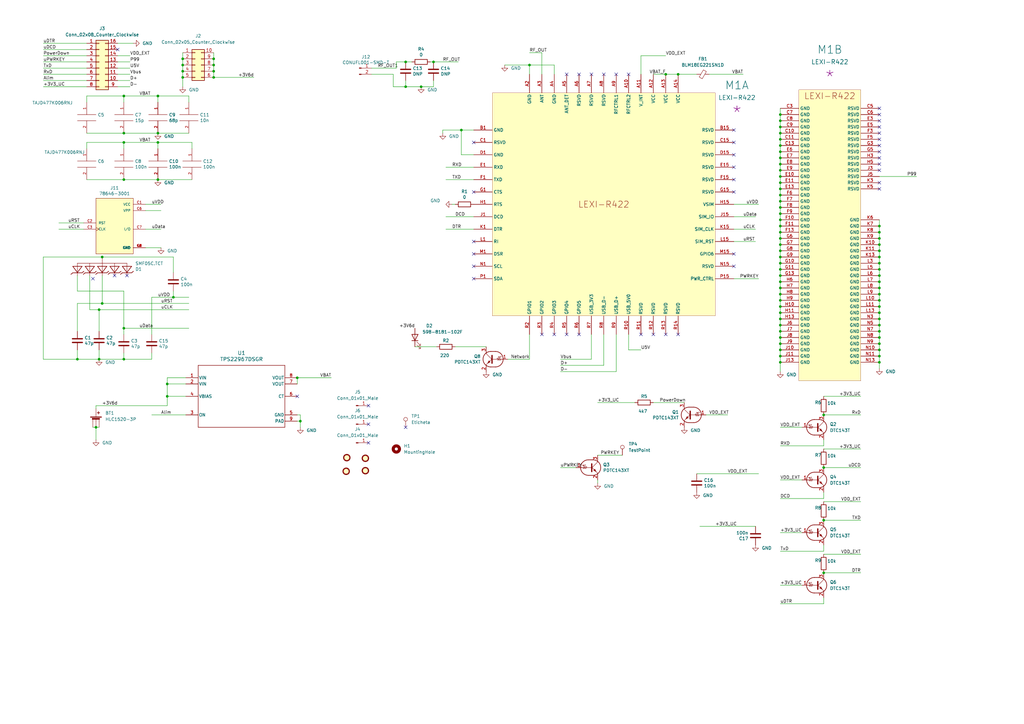
<source format=kicad_sch>
(kicad_sch (version 20231120) (generator "eeschema") (generator_version "8.0")
  (paper "A3")
  (title_block (title "Modem BG95") (rev "4.0") (company "Delta Electronics SRL"))
  (junction (at 320.04 69.85))
  (junction (at 87.63 26.67))
  (junction (at 320.04 123.19))
  (junction (at 68.58 162.56))
  (junction (at 74.93 24.13))
  (junction (at 320.04 87.63))
  (junction (at 320.04 90.17))
  (junction (at 360.68 130.81))
  (junction (at 166.37 25.4))
  (junction (at 64.77 58.42))
  (junction (at 320.04 146.05))
  (junction (at 337.82 234.95))
  (junction (at 121.92 154.94))
  (junction (at 273.05 30.48))
  (junction (at 360.68 107.95))
  (junction (at 360.68 100.33))
  (junction (at 41.91 124.46))
  (junction (at 189.23 53.34))
  (junction (at 320.04 140.97))
  (junction (at 320.04 100.33))
  (junction (at 320.04 130.81))
  (junction (at 320.04 135.89))
  (junction (at 50.8 147.32))
  (junction (at 360.68 128.27))
  (junction (at 74.93 29.21))
  (junction (at 68.58 157.48))
  (junction (at 64.77 73.66))
  (junction (at 320.04 46.99))
  (junction (at 360.68 95.25))
  (junction (at 320.04 64.77))
  (junction (at 360.68 140.97))
  (junction (at 320.04 82.55))
  (junction (at 50.8 54.61))
  (junction (at 360.68 113.03))
  (junction (at 123.19 172.72))
  (junction (at 320.04 49.53))
  (junction (at 71.12 121.92))
  (junction (at 41.91 105.41))
  (junction (at 320.04 105.41))
  (junction (at 360.68 102.87))
  (junction (at 320.04 54.61))
  (junction (at 50.8 58.42))
  (junction (at 360.68 148.59))
  (junction (at 337.82 170.18))
  (junction (at 177.8 25.4))
  (junction (at 320.04 118.11))
  (junction (at 50.8 73.66))
  (junction (at 337.82 191.77))
  (junction (at 320.04 85.09))
  (junction (at 360.68 125.73))
  (junction (at 320.04 57.15))
  (junction (at 74.93 31.75))
  (junction (at 320.04 128.27))
  (junction (at 31.75 147.32))
  (junction (at 320.04 115.57))
  (junction (at 320.04 97.79))
  (junction (at 360.68 110.49))
  (junction (at 172.72 35.56))
  (junction (at 217.17 26.67))
  (junction (at 360.68 135.89))
  (junction (at 320.04 80.01))
  (junction (at 320.04 92.71))
  (junction (at 360.68 118.11))
  (junction (at 87.63 29.21))
  (junction (at 360.68 133.35))
  (junction (at 278.13 30.48))
  (junction (at 87.63 24.13))
  (junction (at 320.04 95.25))
  (junction (at 360.68 115.57))
  (junction (at 320.04 133.35))
  (junction (at 360.68 120.65))
  (junction (at 320.04 59.69))
  (junction (at 320.04 125.73))
  (junction (at 320.04 120.65))
  (junction (at 50.8 39.37))
  (junction (at 360.68 123.19))
  (junction (at 50.8 134.62))
  (junction (at 39.37 175.26))
  (junction (at 337.82 213.36))
  (junction (at 64.77 39.37))
  (junction (at 64.77 54.61))
  (junction (at 320.04 113.03))
  (junction (at 40.64 147.32))
  (junction (at 320.04 62.23))
  (junction (at 360.68 97.79))
  (junction (at 360.68 92.71))
  (junction (at 360.68 143.51))
  (junction (at 320.04 52.07))
  (junction (at 320.04 143.51))
  (junction (at 320.04 77.47))
  (junction (at 320.04 148.59))
  (junction (at 320.04 72.39))
  (junction (at 166.37 35.56))
  (junction (at 40.64 127))
  (junction (at 360.68 146.05))
  (junction (at 320.04 102.87))
  (junction (at 360.68 138.43))
  (junction (at 320.04 74.93))
  (junction (at 74.93 26.67))
  (junction (at 320.04 67.31))
  (junction (at 360.68 105.41))
  (junction (at 320.04 138.43))
  (junction (at 87.63 31.75))
  (junction (at 320.04 110.49))
  (junction (at 320.04 107.95))
  (no_connect (at 151.13 181.61))
  (no_connect (at 52.07 113.03))
  (no_connect (at 300.99 58.42))
  (no_connect (at 194.31 78.74))
  (no_connect (at 360.68 67.31))
  (no_connect (at 151.13 166.37))
  (no_connect (at 262.89 137.16))
  (no_connect (at 48.26 20.32))
  (no_connect (at 222.25 137.16))
  (no_connect (at 252.73 30.48))
  (no_connect (at 194.31 104.14))
  (no_connect (at 300.99 63.5))
  (no_connect (at 360.68 54.61))
  (no_connect (at 237.49 30.48))
  (no_connect (at 121.92 162.56))
  (no_connect (at 360.68 49.53))
  (no_connect (at 194.31 58.42))
  (no_connect (at 242.57 30.48))
  (no_connect (at 300.99 73.66))
  (no_connect (at 273.05 137.16))
  (no_connect (at 360.68 44.45))
  (no_connect (at 166.37 175.26))
  (no_connect (at 360.68 77.47))
  (no_connect (at 46.99 113.03))
  (no_connect (at 300.99 68.58))
  (no_connect (at 257.81 30.48))
  (no_connect (at 360.68 62.23))
  (no_connect (at 300.99 104.14))
  (no_connect (at 232.41 30.48))
  (no_connect (at 278.13 137.16))
  (no_connect (at 300.99 109.22))
  (no_connect (at 360.68 57.15))
  (no_connect (at 360.68 74.93))
  (no_connect (at 267.97 137.16))
  (no_connect (at 360.68 69.85))
  (no_connect (at 38.1 114.3))
  (no_connect (at 194.31 109.22))
  (no_connect (at 227.33 137.16))
  (no_connect (at 300.99 53.34))
  (no_connect (at 360.68 64.77))
  (no_connect (at 247.65 30.48))
  (no_connect (at 360.68 46.99))
  (no_connect (at 360.68 52.07))
  (no_connect (at 194.31 99.06))
  (no_connect (at 360.68 59.69))
  (no_connect (at 237.49 137.16))
  (no_connect (at 300.99 78.74))
  (no_connect (at 194.31 114.3))
  (no_connect (at 232.41 137.16))
  (no_connect (at 151.13 173.99))
  (wire (pts (xy 189.23 53.34) (xy 194.31 53.34)))
  (wire (pts (xy 68.58 157.48) (xy 76.2 157.48)))
  (wire (pts (xy 320.04 115.57) (xy 320.04 118.11)))
  (wire (pts (xy 17.78 27.94) (xy 35.56 27.94)))
  (wire (pts (xy 36.83 113.03) (xy 36.83 127)))
  (wire (pts (xy 320.04 80.01) (xy 320.04 82.55)))
  (wire (pts (xy 48.26 35.56) (xy 53.34 35.56)))
  (wire (pts (xy 162.56 25.4) (xy 162.56 27.94)))
  (wire (pts (xy 360.68 113.03) (xy 360.68 115.57)))
  (wire (pts (xy 320.04 140.97) (xy 320.04 143.51)))
  (wire (pts (xy 229.87 152.4) (xy 252.73 152.4)))
  (wire (pts (xy 320.04 52.07) (xy 320.04 54.61)))
  (wire (pts (xy 320.04 146.05) (xy 320.04 148.59)))
  (wire (pts (xy 121.92 154.94) (xy 135.89 154.94)))
  (wire (pts (xy 172.72 35.56) (xy 177.8 35.56)))
  (wire (pts (xy 360.68 92.71) (xy 360.68 95.25)))
  (wire (pts (xy 245.11 196.85) (xy 245.11 198.12)))
  (wire (pts (xy 35.56 58.42) (xy 50.8 58.42)))
  (wire (pts (xy 68.58 157.48) (xy 68.58 154.94)))
  (wire (pts (xy 360.68 123.19) (xy 360.68 125.73)))
  (wire (pts (xy 320.04 64.77) (xy 320.04 67.31)))
  (wire (pts (xy 177.8 33.02) (xy 177.8 35.56)))
  (wire (pts (xy 337.82 213.36) (xy 353.06 213.36)))
  (wire (pts (xy 40.64 143.51) (xy 40.64 147.32)))
  (wire (pts (xy 320.04 247.65) (xy 337.82 247.65)))
  (wire (pts (xy 360.68 107.95) (xy 360.68 110.49)))
  (wire (pts (xy 50.8 39.37) (xy 64.77 39.37)))
  (wire (pts (xy 337.82 201.93) (xy 337.82 204.47)))
  (wire (pts (xy 229.87 149.86) (xy 247.65 149.86)))
  (wire (pts (xy 222.25 30.48) (xy 222.25 21.59)))
  (wire (pts (xy 31.75 147.32) (xy 40.64 147.32)))
  (wire (pts (xy 320.04 218.44) (xy 328.93 218.44)))
  (wire (pts (xy 300.99 99.06) (xy 309.88 99.06)))
  (wire (pts (xy 360.68 72.39) (xy 375.92 72.39)))
  (wire (pts (xy 337.82 223.52) (xy 337.82 226.06)))
  (wire (pts (xy 121.92 172.72) (xy 123.19 172.72)))
  (wire (pts (xy 17.78 147.32) (xy 31.75 147.32)))
  (wire (pts (xy 31.75 143.51) (xy 31.75 147.32)))
  (wire (pts (xy 194.31 93.98) (xy 182.88 93.98)))
  (wire (pts (xy 62.23 137.16) (xy 62.23 121.92)))
  (wire (pts (xy 161.29 35.56) (xy 166.37 35.56)))
  (wire (pts (xy 68.58 154.94) (xy 76.2 154.94)))
  (wire (pts (xy 87.63 24.13) (xy 87.63 26.67)))
  (wire (pts (xy 59.69 86.36) (xy 66.04 86.36)))
  (wire (pts (xy 257.81 137.16) (xy 257.81 143.51)))
  (wire (pts (xy 298.45 170.18) (xy 289.56 170.18)))
  (wire (pts (xy 337.82 184.15) (xy 353.06 184.15)))
  (wire (pts (xy 337.82 245.11) (xy 337.82 247.65)))
  (wire (pts (xy 320.04 226.06) (xy 337.82 226.06)))
  (wire (pts (xy 320.04 54.61) (xy 320.04 57.15)))
  (wire (pts (xy 40.64 127) (xy 77.47 127)))
  (wire (pts (xy 39.37 166.37) (xy 68.58 166.37)))
  (wire (pts (xy 320.04 130.81) (xy 320.04 133.35)))
  (wire (pts (xy 17.78 25.4) (xy 35.56 25.4)))
  (wire (pts (xy 50.8 41.91) (xy 50.8 39.37)))
  (wire (pts (xy 35.56 54.61) (xy 50.8 54.61)))
  (wire (pts (xy 181.61 53.34) (xy 189.23 53.34)))
  (wire (pts (xy 71.12 121.92) (xy 77.47 121.92)))
  (wire (pts (xy 337.82 180.34) (xy 337.82 182.88)))
  (wire (pts (xy 217.17 26.67) (xy 217.17 30.48)))
  (wire (pts (xy 48.26 22.86) (xy 53.34 22.86)))
  (wire (pts (xy 320.04 133.35) (xy 320.04 135.89)))
  (wire (pts (xy 320.04 128.27) (xy 320.04 130.81)))
  (wire (pts (xy 121.92 154.94) (xy 121.92 157.48)))
  (wire (pts (xy 39.37 180.34) (xy 39.37 175.26)))
  (wire (pts (xy 31.75 124.46) (xy 31.75 135.89)))
  (wire (pts (xy 290.83 30.48) (xy 304.8 30.48)))
  (wire (pts (xy 217.17 137.16) (xy 217.17 147.32)))
  (wire (pts (xy 123.19 175.26) (xy 123.19 172.72)))
  (wire (pts (xy 87.63 21.59) (xy 87.63 24.13)))
  (wire (pts (xy 320.04 46.99) (xy 320.04 49.53)))
  (wire (pts (xy 320.04 49.53) (xy 320.04 52.07)))
  (wire (pts (xy 320.04 44.45) (xy 320.04 46.99)))
  (wire (pts (xy 320.04 143.51) (xy 320.04 146.05)))
  (wire (pts (xy 185.42 83.82) (xy 186.69 83.82)))
  (wire (pts (xy 227.33 30.48) (xy 227.33 26.67)))
  (wire (pts (xy 360.68 130.81) (xy 360.68 133.35)))
  (wire (pts (xy 64.77 58.42) (xy 78.74 58.42)))
  (wire (pts (xy 77.47 39.37) (xy 77.47 41.91)))
  (wire (pts (xy 252.73 152.4) (xy 252.73 137.16)))
  (wire (pts (xy 320.04 182.88) (xy 337.82 182.88)))
  (wire (pts (xy 229.87 147.32) (xy 242.57 147.32)))
  (wire (pts (xy 320.04 148.59) (xy 320.04 152.4)))
  (wire (pts (xy 17.78 30.48) (xy 35.56 30.48)))
  (wire (pts (xy 280.67 165.1) (xy 267.97 165.1)))
  (wire (pts (xy 320.04 95.25) (xy 320.04 97.79)))
  (wire (pts (xy 76.2 170.18) (xy 62.23 170.18)))
  (wire (pts (xy 35.56 60.96) (xy 35.56 58.42)))
  (wire (pts (xy 59.69 93.98) (xy 66.04 93.98)))
  (wire (pts (xy 35.56 39.37) (xy 50.8 39.37)))
  (wire (pts (xy 35.56 73.66) (xy 50.8 73.66)))
  (wire (pts (xy 123.19 172.72) (xy 123.19 170.18)))
  (wire (pts (xy 320.04 97.79) (xy 320.04 100.33)))
  (wire (pts (xy 48.26 25.4) (xy 53.34 25.4)))
  (wire (pts (xy 217.17 26.67) (xy 207.01 26.67)))
  (wire (pts (xy 360.68 120.65) (xy 360.68 123.19)))
  (wire (pts (xy 194.31 88.9) (xy 182.88 88.9)))
  (wire (pts (xy 273.05 30.48) (xy 278.13 30.48)))
  (wire (pts (xy 189.23 53.34) (xy 189.23 63.5)))
  (wire (pts (xy 320.04 57.15) (xy 320.04 59.69)))
  (wire (pts (xy 50.8 134.62) (xy 77.47 134.62)))
  (wire (pts (xy 48.26 30.48) (xy 53.34 30.48)))
  (wire (pts (xy 320.04 100.33) (xy 320.04 102.87)))
  (wire (pts (xy 320.04 74.93) (xy 320.04 77.47)))
  (wire (pts (xy 217.17 21.59) (xy 222.25 21.59)))
  (wire (pts (xy 262.89 22.86) (xy 273.05 22.86)))
  (wire (pts (xy 300.99 93.98) (xy 309.88 93.98)))
  (wire (pts (xy 360.68 110.49) (xy 360.68 113.03)))
  (wire (pts (xy 267.97 30.48) (xy 273.05 30.48)))
  (wire (pts (xy 35.56 20.32) (xy 17.78 20.32)))
  (wire (pts (xy 123.19 170.18) (xy 121.92 170.18)))
  (wire (pts (xy 62.23 121.92) (xy 71.12 121.92)))
  (wire (pts (xy 320.04 85.09) (xy 320.04 87.63)))
  (wire (pts (xy 320.04 125.73) (xy 320.04 128.27)))
  (wire (pts (xy 320.04 138.43) (xy 320.04 140.97)))
  (wire (pts (xy 320.04 123.19) (xy 320.04 125.73)))
  (wire (pts (xy 360.68 115.57) (xy 360.68 118.11)))
  (wire (pts (xy 189.23 63.5) (xy 194.31 63.5)))
  (wire (pts (xy 257.81 143.51) (xy 262.89 143.51)))
  (wire (pts (xy 166.37 35.56) (xy 172.72 35.56)))
  (wire (pts (xy 64.77 41.91) (xy 64.77 39.37)))
  (wire (pts (xy 242.57 137.16) (xy 242.57 147.32)))
  (wire (pts (xy 41.91 113.03) (xy 41.91 124.46)))
  (wire (pts (xy 64.77 60.96) (xy 64.77 58.42)))
  (wire (pts (xy 39.37 175.26) (xy 40.64 175.26)))
  (wire (pts (xy 360.68 90.17) (xy 360.68 92.71)))
  (wire (pts (xy 17.78 147.32) (xy 17.78 105.41)))
  (wire (pts (xy 320.04 175.26) (xy 328.93 175.26)))
  (wire (pts (xy 87.63 29.21) (xy 87.63 31.75)))
  (wire (pts (xy 87.63 31.75) (xy 104.14 31.75)))
  (wire (pts (xy 177.8 25.4) (xy 187.96 25.4)))
  (wire (pts (xy 34.29 93.98) (xy 24.13 93.98)))
  (wire (pts (xy 236.22 191.77) (xy 229.87 191.77)))
  (wire (pts (xy 50.8 147.32) (xy 62.23 147.32)))
  (wire (pts (xy 40.64 127) (xy 40.64 135.89)))
  (wire (pts (xy 34.29 91.44) (xy 24.13 91.44)))
  (wire (pts (xy 285.75 194.31) (xy 311.15 194.31)))
  (wire (pts (xy 170.18 142.24) (xy 179.07 142.24)))
  (wire (pts (xy 360.68 148.59) (xy 360.68 151.13)))
  (wire (pts (xy 152.4 30.48) (xy 161.29 30.48)))
  (wire (pts (xy 50.8 60.96) (xy 50.8 58.42)))
  (wire (pts (xy 452.12 196.85) (xy 461.01 196.85)))
  (wire (pts (xy 360.68 143.51) (xy 360.68 146.05)))
  (wire (pts (xy 64.77 39.37) (xy 77.47 39.37)))
  (wire (pts (xy 320.04 67.31) (xy 320.04 69.85)))
  (wire (pts (xy 162.56 27.94) (xy 152.4 27.94)))
  (wire (pts (xy 360.68 128.27) (xy 360.68 130.81)))
  (wire (pts (xy 452.12 194.31) (xy 461.01 194.31)))
  (wire (pts (xy 320.04 77.47) (xy 320.04 80.01)))
  (wire (pts (xy 247.65 149.86) (xy 247.65 137.16)))
  (wire (pts (xy 320.04 196.85) (xy 328.93 196.85)))
  (wire (pts (xy 161.29 30.48) (xy 161.29 35.56)))
  (wire (pts (xy 360.68 105.41) (xy 360.68 107.95)))
  (wire (pts (xy 17.78 105.41) (xy 41.91 105.41)))
  (wire (pts (xy 166.37 25.4) (xy 168.91 25.4)))
  (wire (pts (xy 71.12 119.38) (xy 71.12 121.92)))
  (wire (pts (xy 320.04 110.49) (xy 320.04 113.03)))
  (wire (pts (xy 68.58 162.56) (xy 68.58 157.48)))
  (wire (pts (xy 320.04 107.95) (xy 320.04 110.49)))
  (wire (pts (xy 360.68 133.35) (xy 360.68 135.89)))
  (wire (pts (xy 31.75 119.38) (xy 50.8 119.38)))
  (wire (pts (xy 320.04 72.39) (xy 320.04 74.93)))
  (wire (pts (xy 360.68 95.25) (xy 360.68 97.79)))
  (wire (pts (xy 50.8 58.42) (xy 64.77 58.42)))
  (wire (pts (xy 311.15 114.3) (xy 300.99 114.3)))
  (wire (pts (xy 320.04 92.71) (xy 320.04 95.25)))
  (wire (pts (xy 300.99 83.82) (xy 311.15 83.82)))
  (wire (pts (xy 227.33 26.67) (xy 217.17 26.67)))
  (wire (pts (xy 64.77 73.66) (xy 78.74 73.66)))
  (wire (pts (xy 278.13 30.48) (xy 285.75 30.48)))
  (wire (pts (xy 360.68 118.11) (xy 360.68 120.65)))
  (wire (pts (xy 166.37 25.4) (xy 162.56 25.4)))
  (wire (pts (xy 320.04 105.41) (xy 320.04 107.95)))
  (wire (pts (xy 337.82 234.95) (xy 353.06 234.95)))
  (wire (pts (xy 360.68 138.43) (xy 360.68 140.97)))
  (wire (pts (xy 78.74 58.42) (xy 78.74 60.96)))
  (wire (pts (xy 50.8 54.61) (xy 64.77 54.61)))
  (wire (pts (xy 40.64 127) (xy 36.83 127)))
  (wire (pts (xy 245.11 165.1) (xy 260.35 165.1)))
  (wire (pts (xy 320.04 82.55) (xy 320.04 85.09)))
  (wire (pts (xy 320.04 113.03) (xy 320.04 115.57)))
  (wire (pts (xy 62.23 147.32) (xy 62.23 144.78)))
  (wire (pts (xy 320.04 102.87) (xy 320.04 105.41)))
  (wire (pts (xy 77.47 124.46) (xy 41.91 124.46)))
  (wire (pts (xy 59.69 101.6) (xy 66.04 101.6)))
  (wire (pts (xy 176.53 25.4) (xy 177.8 25.4)))
  (wire (pts (xy 48.26 17.78) (xy 54.61 17.78)))
  (wire (pts (xy 74.93 21.59) (xy 74.93 24.13)))
  (wire (pts (xy 320.04 120.65) (xy 320.04 123.19)))
  (wire (pts (xy 48.26 33.02) (xy 53.34 33.02)))
  (wire (pts (xy 48.26 27.94) (xy 53.34 27.94)))
  (wire (pts (xy 74.93 31.75) (xy 74.93 35.56)))
  (wire (pts (xy 59.69 83.82) (xy 66.04 83.82)))
  (wire (pts (xy 50.8 73.66) (xy 64.77 73.66)))
  (wire (pts (xy 74.93 24.13) (xy 74.93 26.67)))
  (wire (pts (xy 74.93 29.21) (xy 74.93 31.75)))
  (wire (pts (xy 194.31 68.58) (xy 182.88 68.58)))
  (wire (pts (xy 87.63 26.67) (xy 87.63 29.21)))
  (wire (pts (xy 245.11 186.69) (xy 255.27 186.69)))
  (wire (pts (xy 181.61 54.61) (xy 181.61 53.34)))
  (wire (pts (xy 337.82 191.77) (xy 353.06 191.77)))
  (wire (pts (xy 41.91 124.46) (xy 31.75 124.46)))
  (wire (pts (xy 41.91 105.41) (xy 71.12 105.41)))
  (wire (pts (xy 337.82 162.56) (xy 353.06 162.56)))
  (wire (pts (xy 194.31 73.66) (xy 182.88 73.66)))
  (wire (pts (xy 64.77 54.61) (xy 77.47 54.61)))
  (wire (pts (xy 320.04 62.23) (xy 320.04 64.77)))
  (wire (pts (xy 360.68 102.87) (xy 360.68 105.41)))
  (wire (pts (xy 68.58 162.56) (xy 76.2 162.56)))
  (wire (pts (xy 360.68 140.97) (xy 360.68 143.51)))
  (wire (pts (xy 320.04 87.63) (xy 320.04 90.17)))
  (wire (pts (xy 17.78 22.86) (xy 35.56 22.86)))
  (wire (pts (xy 320.04 90.17) (xy 320.04 92.71)))
  (wire (pts (xy 199.39 142.24) (xy 186.69 142.24)))
  (wire (pts (xy 217.17 147.32) (xy 208.28 147.32)))
  (wire (pts (xy 31.75 113.03) (xy 31.75 119.38)))
  (wire (pts (xy 50.8 119.38) (xy 50.8 134.62)))
  (wire (pts (xy 360.68 146.05) (xy 360.68 148.59)))
  (wire (pts (xy 337.82 170.18) (xy 353.06 170.18)))
  (wire (pts (xy 262.89 30.48) (xy 262.89 22.86)))
  (wire (pts (xy 360.68 135.89) (xy 360.68 138.43)))
  (wire (pts (xy 360.68 125.73) (xy 360.68 128.27)))
  (wire (pts (xy 40.64 147.32) (xy 50.8 147.32)))
  (wire (pts (xy 71.12 105.41) (xy 71.12 111.76)))
  (wire (pts (xy 360.68 97.79) (xy 360.68 100.33)))
  (wire (pts (xy 166.37 35.56) (xy 166.37 33.02)))
  (wire (pts (xy 50.8 144.78) (xy 50.8 147.32)))
  (wire (pts (xy 320.04 204.47) (xy 337.82 204.47)))
  (wire (pts (xy 38.1 175.26) (xy 39.37 175.26)))
  (wire (pts (xy 320.04 59.69) (xy 320.04 62.23)))
  (wire (pts (xy 68.58 166.37) (xy 68.58 162.56)))
  (wire (pts (xy 17.78 33.02) (xy 35.56 33.02)))
  (wire (pts (xy 360.68 100.33) (xy 360.68 102.87)))
  (wire (pts (xy 337.82 205.74) (xy 353.06 205.74)))
  (wire (pts (xy 320.04 240.03) (xy 328.93 240.03)))
  (wire (pts (xy 39.37 166.37) (xy 39.37 167.64)))
  (wire (pts (xy 50.8 134.62) (xy 50.8 137.16)))
  (wire (pts (xy 320.04 118.11) (xy 320.04 120.65)))
  (wire (pts (xy 300.99 88.9) (xy 309.88 88.9)))
  (wire (pts (xy 287.02 215.9) (xy 309.88 215.9)))
  (wire (pts (xy 320.04 135.89) (xy 320.04 138.43)))
  (wire (pts (xy 35.56 41.91) (xy 35.56 39.37)))
  (wire (pts (xy 74.93 26.67) (xy 74.93 29.21)))
  (wire (pts (xy 35.56 35.56) (xy 17.78 35.56)))
  (wire (pts (xy 35.56 17.78) (xy 17.78 17.78)))
  (wire (pts (xy 337.82 227.33) (xy 353.06 227.33)))
  (wire (pts (xy 320.04 69.85) (xy 320.04 72.39)))
  (label "uDTR" (at 320.04 247.65 0))
  (label "uDCD" (at 17.78 20.32 0))
  (label "VBAT" (at 57.15 39.37 0))
  (label "D+" (at 53.34 33.02 0))
  (label "RxD" (at 353.06 170.18 180))
  (label "+3V6d" (at 104.14 31.75 180))
  (label "VDD_EXT" (at 298.45 194.31 0))
  (label "U5V" (at 262.89 143.51 0))
  (label "TXD" (at 185.42 73.66 0))
  (label "+3V3_UC" (at 293.37 215.9 0))
  (label "RF_OUT" (at 217.17 21.59 0))
  (label "PWRKEY" (at 254 186.69 180))
  (label "uData" (at 62.23 93.98 0))
  (label "PowerDown" (at 270.51 165.1 0))
  (label "TXD" (at 353.06 213.36 180))
  (label "uVDD" (at 62.23 83.82 0))
  (label "uVDD" (at 306.07 83.82 0))
  (label "+3V3_UC" (at 320.04 240.03 0))
  (label "VBAT" (at 304.8 30.48 180))
  (label "T" (at 452.12 196.85 0))
  (label "D-" (at 53.34 35.56 0))
  (label "VDD_EXT" (at 353.06 205.74 180))
  (label "PWRKEY" (at 311.15 114.3 180))
  (label "VBAT" (at 57.15 58.42 0))
  (label "uRST" (at 304.8 99.06 0))
  (label "Vbus" (at 229.87 147.32 0))
  (label "VDD_EXT" (at 320.04 175.26 0))
  (label "+3V3_UC" (at 353.06 184.15 180))
  (label "Alim" (at 66.04 170.18 0))
  (label "+3V3_UC" (at 17.78 35.56 0))
  (label "Alim" (at 17.78 33.02 0))
  (label "DCD" (at 186.69 88.9 0))
  (label "D+" (at 229.87 149.86 0))
  (label "Vbus" (at 53.34 30.48 0))
  (label "U5V" (at 53.34 27.94 0))
  (label "TxD" (at 320.04 226.06 0))
  (label "DTR" (at 353.06 234.95 180))
  (label "VDD_EXT" (at 320.04 196.85 0))
  (label "DCD" (at 320.04 204.47 0))
  (label "uPWRKEY" (at 17.78 25.4 0))
  (label "R" (at 452.12 194.31 0))
  (label "+3V3_UC" (at 245.11 165.1 0))
  (label "RXD" (at 185.42 68.58 0))
  (label "VBAT" (at 135.89 154.94 180))
  (label "uCLK" (at 27.94 93.98 0))
  (label "RxD" (at 17.78 30.48 0))
  (label "RF_OUT1" (at 154.94 27.94 0))
  (label "VDD_EXT" (at 353.06 227.33 180))
  (label "Network" (at 209.55 147.32 0))
  (label "uVDD" (at 64.77 121.92 0))
  (label "+3V3_UC" (at 353.06 162.56 180))
  (label "RXD" (at 320.04 182.88 0))
  (label "DTR" (at 185.42 93.98 0))
  (label "uRST" (at 27.94 91.44 0))
  (label "PowerDown" (at 17.78 22.86 0))
  (label "uPWRKEY" (at 229.87 191.77 0))
  (label "+3V6d" (at 48.26 166.37 180))
  (label "VBAT_F" (at 273.05 30.48 180))
  (label "uRST" (at 66.04 124.46 0))
  (label "uCLK" (at 304.8 93.98 0))
  (label "+3V6d" (at 170.18 134.62 180))
  (label "VDD_EXT" (at 273.05 22.86 0))
  (label "D-" (at 229.87 152.4 0))
  (label "uDCD" (at 353.06 191.77 180))
  (label "VDD_EXT" (at 53.34 22.86 0))
  (label "uData" (at 57.15 134.62 0))
  (label "VDD_EXT" (at 290.83 170.18 0))
  (label "RF_OUT" (at 181.61 25.4 0))
  (label "TxD" (at 17.78 27.94 0))
  (label "uData" (at 304.8 88.9 0))
  (label "uDTR" (at 17.78 17.78 0))
  (label "P99" (at 53.34 25.4 0))
  (label "uCLK" (at 66.04 127 0))
  (label "P99" (at 375.92 72.39 180))
  (label "+3V3_UC" (at 320.04 218.44 0))
  (symbol (lib_id "Transistor_BJT:DTC143T") (at 201.93 147.32 0) (mirror y) (unit 1)
    (property "Reference" "Q8" (at 197.1548 146.1516 0) (effects (justify left)))
    (property "Value" "PDTC143XT" (at 197.1548 148.463 0) (effects (justify left)))
    (property "Footprint" "Package_TO_SOT_SMD:SOT-23" (effects (hide yes)))
    (property "VTPN" "4500-00010-00" (effects (hide yes)))
  )
  (symbol (lib_id "SMF05C:SMF05C") (at 44.45 110.49 180) (unit 1)
    (property "Reference" "D1" (at 55.4736 110.3884 0) (effects (justify right)))
    (property "Value" "SMF05C.TCT" (at 55.4736 108.077 0) (effects (justify right)))
    (property "Footprint" "Diode_SMD:SC70-6" (effects (hide yes)))
    (property "VTPN" "4724-00010-00" (effects (hide yes)))
  )
  (symbol (lib_id "Device:C") (at 31.75 139.7 0) (unit 1)
    (property "Reference" "C1" (at 34.671 138.5316 0) (effects (justify left)))
    (property "Value" "47p" (at 34.671 140.843 0) (effects (justify left)))
    (property "Footprint" "Capacitor_SMD:C_0603_1608Metric" (effects (hide yes)))
    (property "VTPN" "4106-00080-00" (effects (hide yes)))
  )
  (symbol (lib_id "Device:C") (at 40.64 139.7 0) (unit 1)
    (property "Reference" "C2" (at 43.561 138.5316 0) (effects (justify left)))
    (property "Value" "47p" (at 43.561 140.843 0) (effects (justify left)))
    (property "Footprint" "Capacitor_SMD:C_0603_1608Metric" (effects (hide yes)))
    (property "VTPN" "4106-00080-00" (effects (hide yes)))
  )
  (symbol (lib_id "Device:C") (at 50.8 140.97 0) (unit 1)
    (property "Reference" "C3" (at 53.721 139.8016 0) (effects (justify left)))
    (property "Value" "47p" (at 53.721 142.113 0) (effects (justify left)))
    (property "Footprint" "Capacitor_SMD:C_0603_1608Metric" (effects (hide yes)))
    (property "VTPN" "4106-00080-00" (effects (hide yes)))
  )
  (symbol (lib_id "Device:C") (at 71.12 115.57 0) (unit 1)
    (property "Reference" "C4" (at 74.041 114.4016 0) (effects (justify left)))
    (property "Value" "100n" (at 74.041 116.713 0) (effects (justify left)))
    (property "Footprint" "Capacitor_SMD:C_0603_1608Metric" (effects (hide yes)))
    (property "VTPN" "4106-00020-00" (effects (hide yes)))
  )
  (symbol (lib_id "pspice:CAP") (at 35.56 48.26 0) (unit 1)
    (property "Reference" "C5" (at 40.0812 47.0916 0) (effects (justify left)))
    (property "Value" "TAJD477K006RNJ" (at 13.208 42.164 0) (effects (justify left)))
    (property "Footprint" "Capacitor_Tantalum_SMD:CP_EIA-7361-38_AVX-V_Pad2.18x3.30mm_HandSolder" (effects (hide yes)))
    (property "VTPN" "4128-00100-00" (effects (hide yes)))
  )
  (symbol (lib_id "pspice:CAP") (at 50.8 48.26 0) (unit 1)
    (property "Reference" "C7" (at 55.3212 47.0916 0) (effects (justify left)))
    (property "Value" "15p" (at 55.3212 49.403 0) (effects (justify left)))
    (property "Footprint" "Capacitor_SMD:C_0603_1608Metric" (effects (hide yes)))
    (property "VTPN" "4106-00070-00" (effects (hide yes)))
  )
  (symbol (lib_id "pspice:CAP") (at 64.77 48.26 0) (unit 1)
    (property "Reference" "C9" (at 69.2912 47.0916 0) (effects (justify left)))
    (property "Value" "68p" (at 69.2912 49.403 0) (effects (justify left)))
    (property "Footprint" "Capacitor_SMD:C_0603_1608Metric" (effects (hide yes)))
    (property "VTPN" "4106-00060-00" (effects (hide yes)))
  )
  (symbol (lib_id "pspice:CAP") (at 77.47 48.26 0) (unit 1)
    (property "Reference" "C11" (at 81.9912 47.0916 0) (effects (justify left)))
    (property "Value" "10n" (at 81.9912 49.403 0) (effects (justify left)))
    (property "Footprint" "Capacitor_SMD:C_0603_1608Metric" (effects (hide yes)))
    (property "VTPN" "4106-00015-00" (effects (hide yes)))
  )
  (symbol (lib_id "pspice:CAP") (at 35.56 67.31 0) (unit 1)
    (property "Reference" "C6" (at 40.0812 66.1416 0) (effects (justify left)))
    (property "Value" "TAJD477K006RNJ" (at 18.1864 62.4332 0) (effects (justify left)))
    (property "Footprint" "Capacitor_Tantalum_SMD:CP_EIA-7361-38_AVX-V_Pad2.18x3.30mm_HandSolder" (effects (hide yes)))
    (property "VTPN" "4128-00100-00" (effects (hide yes)))
  )
  (symbol (lib_id "pspice:CAP") (at 50.8 67.31 0) (unit 1)
    (property "Reference" "C8" (at 55.3212 66.1416 0) (effects (justify left)))
    (property "Value" "100n" (at 55.3212 68.453 0) (effects (justify left)))
    (property "Footprint" "Capacitor_SMD:C_0603_1608Metric" (effects (hide yes)))
    (property "VTPN" "4106-00020-00" (effects (hide yes)))
  )
  (symbol (lib_id "pspice:CAP") (at 64.77 67.31 0) (unit 1)
    (property "Reference" "C10" (at 69.2912 66.1416 0) (effects (justify left)))
    (property "Value" "100n" (at 69.2912 68.453 0) (effects (justify left)))
    (property "Footprint" "Capacitor_SMD:C_0603_1608Metric" (effects (hide yes)))
    (property "VTPN" "4106-00020-00" (effects (hide yes)))
  )
  (symbol (lib_id "pspice:CAP") (at 78.74 67.31 0) (unit 1)
    (property "Reference" "C12" (at 83.2612 66.1416 0) (effects (justify left)))
    (property "Value" "100n" (at 83.2612 68.453 0) (effects (justify left)))
    (property "Footprint" "Capacitor_SMD:C_0603_1608Metric" (effects (hide yes)))
    (property "VTPN" "4106-00020-00" (effects (hide yes)))
  )
  (symbol (lib_id "Connector:Conn_01x02_Male") (at 147.32 27.94 0) (unit 1)
    (property "Reference" "J12" (at 150.0632 23.3426 0))
    (property "Value" "CONUFL001-SMD-T" (at 150.0632 25.654 0))
    (property "Footprint" "Connector_Coaxial:U.FL_Molex_MCRF_73412-0110_Vertical" (effects (hide yes)))
    (property "VTPN" "4416-00010-00" (effects (hide yes)))
  )
  (symbol (lib_id "SimSocketMolex:78646-3001") (at 46.99 91.44 0) (unit 1)
    (property "Reference" "J11" (at 46.99 77.089 0))
    (property "Value" "78646-3001" (at 46.99 79.4004 0))
    (property "Footprint" "Connector_Molex:MOLEX_78646-3001" (effects (hide yes)))
    (property "DESCRIPTION" "Conn Micro SIM Card SKT 6 POS 2.54mm Solder RA SMD 0.5A/Contact Embossed T/R" (effects (hide yes)))
    (property "PACKAGE" "None" (effects (hide yes)))
    (property "MF" "Molex" (effects (hide yes)))
    (property "DIGI-KEY_PART_NUMBER" "WM9364CT-ND" (effects (hide yes)))
    (property "DIGI-KEY_PURCHASE_URL" "https://www.digikey.in/product-detail/en/molex/0786463001/WM9364CT-ND/3770350?utm_source=snapeda&utm_medium=aggregator&utm_campaign=symbol" (effects (hide yes)))
    (property "MP" "78646-3001" (effects (hide yes)))
    (property "VTPN" "4414-00020-00" (effects (hide yes)))
  )
  (symbol (lib_id "Device:C") (at 62.23 140.97 0) (unit 1)
    (property "Reference" "C15" (at 65.151 139.8016 0) (effects (justify left)))
    (property "Value" "47p" (at 65.151 142.113 0) (effects (justify left)))
    (property "Footprint" "Capacitor_SMD:C_0603_1608Metric" (effects (hide yes)))
    (property "VTPN" "4106-00080-00" (effects (hide yes)))
  )
  (symbol (lib_id "Regulator_SwitchedCapacitor:TPS22967DSGR") (at 99.06 162.56 0) (unit 1)
    (property "Reference" "U1" (at 99.06 144.78 0) (effects (font (size 1.524 1.524))))
    (property "Value" "TPS22967DSGR" (at 99.06 147.32 0) (effects (font (size 1.524 1.524))))
    (property "Footprint" "Package_SON:WSON-8-1EP_2x2mm_P0.5mm_EP0.9x1.6mm_ThermalVias" (effects (hide yes)))
    (property "Datasheet" "TPS22967DSGR" (effects (hide yes)))
    (property "VTPN" "4702-01010-00" (effects (hide yes)))
  )
  (symbol (lib_id "Transistor_BJT:DTC143T") (at 335.28 175.26 0) (unit 1)
    (property "Reference" "Q2" (at 340.36 173.9899 0) (effects (justify left)))
    (property "Value" "DTC143T" (at 340.36 176.5299 0) (effects (justify left)))
    (property "Footprint" "Package_TO_SOT_SMD:SOT-23" (effects (hide yes)))
    (property "Description" "Digital NPN Transistor, 4k7/NONE, SOT-23" (effects (hide yes)))
    (property "VTPN" "4500-00020-00" (effects (hide yes)))
  )
  (symbol (lib_id "Device:LED") (at 170.18 138.43 90) (unit 1)
    (property "Reference" "D2" (at 174.752 133.604 90) (effects (justify right)))
    (property "Value" "598-8181-102F" (at 173.228 136.144 90) (effects (justify right)))
    (property "Footprint" "LED_SMD:LED_0805_2012Metric" (effects (hide yes)))
    (property "Description" "Light emitting diode" (effects (hide yes)))
    (property "VTPN" "4752-01010-00" (effects (hide yes)))
  )
  (symbol (lib_id "Device:R") (at 190.5 83.82 90) (unit 1)
    (property "Reference" "R1" (at 190.5 78.5622 90))
    (property "Value" "0" (at 190.5 80.8736 90))
    (property "Footprint" "Resistor_SMD:R_0603_1608Metric" (effects (hide yes)))
    (property "VTPN" "4006-00001-00" (effects (hide yes)))
  )
  (symbol (lib_id "power:GND") (at 309.88 223.52 0) (mirror y) (unit 1)
    (property "Reference" "#PWR020" (effects (hide yes)))
    (property "Value" "GND" (at 312.42 224.7899 0) (effects (justify right)))
  )
  (symbol (lib_id "Device:R") (at 182.88 142.24 90) (unit 1)
    (property "Reference" "R2" (at 182.88 139.7 90))
    (property "Value" "220" (at 182.372 145.796 90))
    (property "Footprint" "Resistor_SMD:R_0603_1608Metric" (effects (hide yes)))
    (property "VTPN" "4006-00020-00" (effects (hide yes)))
  )
  (symbol (lib_id "Transistor_BJT:DTC143T") (at 335.28 240.03 0) (unit 1)
    (property "Reference" "Q6" (at 340.36 238.7599 0) (effects (justify left)))
    (property "Value" "DTC143T" (at 340.36 241.2999 0) (effects (justify left)))
    (property "Footprint" "Package_TO_SOT_SMD:SOT-23" (effects (hide yes)))
    (property "Description" "Digital NPN Transistor, 4k7/NONE, SOT-23" (effects (hide yes)))
    (property "VTPN" "4500-00020-00" (effects (hide yes)))
  )
  (symbol (lib_id "Lexi:LEXI-R422") (at 327.66 36.83 0) (unit 2)
    (property "Reference" "M1" (at 340.36 20.32 0) (effects (font (size 3.2766 3.2766))))
    (property "Value" "LEXI-R422" (at 340.36 25.4 0) (effects (font (size 1.8288 1.8288))))
    (property "Footprint" "ublox:LEXI" (effects (hide yes)))
    (property "Description" "u-blox LEXI-R422 modules, a complete and cost-efficient solution offering multi-band LTE-M / NB-IoT / EGPRS data transmissions for low power wide area solutions in the ultra-compact LEXI form factor." (effects (hide yes)))
    (property "Manufacturer P/N" "*" (at 340.36 31.75 0) (effects (font (size 5.4864 5.4864))))
    (property "VTPN" "4716-00020-00" (effects (hide yes)))
  )
  (symbol (lib_id "power:GND") (at 172.72 35.56 0) (mirror y) (unit 1)
    (property "Reference" "#PWR010" (effects (hide yes)))
    (property "Value" "GND" (at 175.26 36.8299 0) (effects (justify right)))
  )
  (symbol (lib_id "power:GND") (at 40.64 147.32 0) (mirror y) (unit 1)
    (property "Reference" "#PWR08" (effects (hide yes)))
    (property "Value" "GND" (at 43.18 148.5899 0) (effects (justify right)))
  )
  (symbol (lib_id "Device:FerriteBead_Small") (at 288.29 30.48 90) (unit 1)
    (property "Reference" "FB1" (at 288.2519 24.13 90))
    (property "Value" "BLM18EG221SN1D" (at 288.2519 26.67 90))
    (property "Footprint" "Inductor_SMD:L_Walsin_WLFM201209x" (effects (hide yes)))
    (property "Description" "Ferrite bead, small symbol" (effects (hide yes)))
    (property "VTPN" "4300-01010-00" (effects (hide yes)))
  )
  (symbol (lib_id "power:GND") (at 207.01 26.67 0) (mirror y) (unit 1)
    (property "Reference" "#PWR06" (effects (hide yes)))
    (property "Value" "GND" (at 209.55 27.9399 0) (effects (justify right)))
  )
  (symbol (lib_id "Mechanical:Fiducial") (at 149.86 193.04 0) (unit 1)
    (property "Reference" "FID4" (effects (hide yes)))
    (property "Value" "Fiducial" (effects (hide yes)))
    (property "Footprint" "Fiducial:Fiducial_1mm_Mask2mm" (effects (hide yes)))
    (property "VTPN" "4000-00000-00" (effects (hide yes)))
  )
  (symbol (lib_id "Device:R") (at 172.72 25.4 90) (unit 1)
    (property "Reference" "R4" (at 172.72 20.1422 90))
    (property "Value" "0" (at 172.72 22.4536 90))
    (property "Footprint" "Resistor_SMD:R_0603_1608Metric" (effects (hide yes)))
    (property "VTPN" "4006-00001-00" (effects (hide yes)))
  )
  (symbol (lib_id "Connector:Conn_01x01_Male") (at 146.05 173.99 0) (unit 1)
    (property "Reference" "J6" (at 146.685 168.402 0))
    (property "Value" "Conn_01x01_Male" (at 146.685 170.942 0))
    (property "Footprint" "TestPoint:TestPoint_Pad_5.1x5.1mm" (effects (hide yes)))
    (property "VTPN" "4753-00010-00" (effects (hide yes)))
  )
  (symbol (lib_id "Device:C") (at 285.75 198.12 0) (unit 1)
    (property "Reference" "C16" (at 288.671 196.9516 0) (effects (justify left)))
    (property "Value" "100n" (at 288.671 199.263 0) (effects (justify left)))
    (property "Footprint" "Capacitor_SMD:C_0603_1608Metric" (effects (hide yes)))
    (property "VTPN" "4106-00020-00" (effects (hide yes)))
  )
  (symbol (lib_id "power:GND") (at 285.75 201.93 0) (mirror y) (unit 1)
    (property "Reference" "#PWR019" (effects (hide yes)))
    (property "Value" "GND" (at 288.29 203.1999 0) (effects (justify right)))
  )
  (symbol (lib_id "Transistor_BJT:DTC143T") (at 242.57 191.77 0) (unit 1)
    (property "Reference" "Q3" (at 247.3452 190.6016 0) (effects (justify left)))
    (property "Value" "PDTC143XT" (at 247.3452 192.913 0) (effects (justify left)))
    (property "Footprint" "Package_TO_SOT_SMD:SOT-23" (effects (hide yes)))
    (property "VTPN" "4500-00010-00" (effects (hide yes)))
  )
  (symbol (lib_id "Mechanical:Fiducial") (at 141.986 193.294 0) (unit 1)
    (property "Reference" "FID1" (effects (hide yes)))
    (property "Value" "Fiducial" (effects (hide yes)))
    (property "Footprint" "Fiducial:Fiducial_1mm_Mask2mm" (effects (hide yes)))
    (property "VTPN" "4000-00000-00" (effects (hide yes)))
  )
  (symbol (lib_id "Device:C") (at 309.88 219.71 180) (unit 1)
    (property "Reference" "C17" (at 306.959 220.8784 0) (effects (justify left)))
    (property "Value" "100n" (at 306.959 218.567 0) (effects (justify left)))
    (property "Footprint" "Capacitor_SMD:C_0603_1608Metric" (effects (hide yes)))
    (property "VTPN" "4106-00020-00" (effects (hide yes)))
  )
  (symbol (lib_id "Mechanical:Fiducial") (at 142.24 187.706 0) (unit 1)
    (property "Reference" "FID2" (effects (hide yes)))
    (property "Value" "Fiducial" (effects (hide yes)))
    (property "Footprint" "Fiducial:Fiducial_1mm_Mask2mm" (effects (hide yes)))
    (property "VTPN" "4000-00000-00" (effects (hide yes)))
  )
  (symbol (lib_id "Lexi:LEXI-R422") (at 201.93 38.1 0) (unit 1)
    (property "Reference" "M1" (at 302.26 34.9564 0) (effects (font (size 3.2766 3.2766))))
    (property "Value" "LEXI-R422" (at 302.26 40.0364 0) (effects (font (size 1.8288 1.8288))))
    (property "Footprint" "ublox:LEXI" (effects (hide yes)))
    (property "Description" "u-blox LEXI-R422 modules, a complete and cost-efficient solution offering multi-band LTE-M / NB-IoT / EGPRS data transmissions for low power wide area solutions in the ultra-compact LEXI form factor." (effects (hide yes)))
    (property "Manufacturer P/N" "*" (at 302.26 46.3865 0) (effects (font (size 5.4864 5.4864))))
    (property "VTPN" "4716-00020-00" (effects (hide yes)))
  )
  (symbol (lib_id "power:GND") (at 181.61 54.61 0) (mirror y) (unit 1)
    (property "Reference" "#PWR05" (effects (hide yes)))
    (property "Value" "GND" (at 184.15 55.8799 0) (effects (justify right)))
  )
  (symbol (lib_id "power:GND") (at 54.61 17.78 90) (mirror x) (unit 1)
    (property "Reference" "#PWR02" (effects (hide yes)))
    (property "Value" "GND" (at 58.42 17.7799 90) (effects (justify right)))
  )
  (symbol (lib_id "Transistor_BJT:DTC143T") (at 335.28 218.44 0) (unit 1)
    (property "Reference" "Q5" (at 340.36 217.1699 0) (effects (justify left)))
    (property "Value" "DTC143T" (at 340.36 219.7099 0) (effects (justify left)))
    (property "Footprint" "Package_TO_SOT_SMD:SOT-23" (effects (hide yes)))
    (property "Description" "Digital NPN Transistor, 4k7/NONE, SOT-23" (effects (hide yes)))
    (property "VTPN" "4500-00020-00" (effects (hide yes)))
  )
  (symbol (lib_id "power:GND") (at 64.77 73.66 0) (mirror y) (unit 1)
    (property "Reference" "#PWR015" (effects (hide yes)))
    (property "Value" "GND" (at 67.31 74.9299 0) (effects (justify right)))
  )
  (symbol (lib_id "Connector_Generic:Conn_02x05_Counter_Clockwise") (at 80.01 26.67 0) (unit 1)
    (property "Reference" "J2" (at 81.28 14.732 0))
    (property "Value" "Conn_02x05_Counter_Clockwise" (at 81.28 17.272 0))
    (property "Footprint" "Connector_PinHeader_2.54mm:PinHeader_2x05_P2.54mm_Vertical_SMD_MOD" (effects (hide yes)))
    (property "VTPN" "4402-00020-00" (effects (hide yes)))
  )
  (symbol (lib_id "Connector:Conn_01x01_Male") (at 146.05 181.61 0) (unit 1)
    (property "Reference" "J4" (at 146.685 176.022 0))
    (property "Value" "Conn_01x01_Male" (at 146.685 178.562 0))
    (property "Footprint" "TestPoint:TestPoint_Pad_5.1x5.1mm" (effects (hide yes)))
    (property "VTPN" "4753-00010-00" (effects (hide yes)))
  )
  (symbol (lib_id "Device:C") (at 166.37 29.21 0) (unit 1)
    (property "Reference" "C13" (at 169.291 28.0416 0) (effects (justify left)))
    (property "Value" "DNP" (at 169.291 30.353 0) (effects (justify left)))
    (property "Footprint" "Capacitor_SMD:C_0603_1608Metric" (effects (hide yes)))
    (property "VTPN" "4106-00000-00" (effects (hide yes)))
  )
  (symbol (lib_id "power:GND") (at 320.04 152.4 0) (mirror y) (unit 1)
    (property "Reference" "#PWR03" (effects (hide yes)))
    (property "Value" "GND" (at 322.58 153.6699 0) (effects (justify right)))
  )
  (symbol (lib_id "Mechanical:MountingHole") (at 162.56 184.15 0) (unit 1)
    (property "Reference" "H1" (at 165.608 182.8799 0) (effects (justify left)))
    (property "Value" "MountingHole" (at 165.608 185.4199 0) (effects (justify left)))
    (property "Footprint" "MountingHole:MountingHole_2.5mm  Simpla" (effects (hide yes)))
    (property "VTPN" "4000-00000-00" (effects (hide yes)))
  )
  (symbol (lib_id "Connector:TestPoint") (at 255.27 186.69 0) (unit 1)
    (property "Reference" "TP4" (at 257.81 182.1179 0) (effects (justify left)))
    (property "Value" "TestPoint" (at 257.81 184.6579 0) (effects (justify left)))
    (property "Footprint" "TestPoint:TestPoint_Pad_D1.5mm" (effects (hide yes)))
    (property "Description" "test point" (effects (hide yes)))
    (property "VTPN" "4000-00000-00" (effects (hide yes)))
  )
  (symbol (lib_id "power:GND") (at 185.42 83.82 270) (mirror x) (unit 1)
    (property "Reference" "#PWR017" (effects (hide yes)))
    (property "Value" "GND" (at 180.594 82.296 90) (effects (justify right)))
  )
  (symbol (lib_id "power:GND") (at 66.04 101.6 0) (mirror y) (unit 1)
    (property "Reference" "#PWR07" (effects (hide yes)))
    (property "Value" "GND" (at 68.58 102.8699 0) (effects (justify right)))
  )
  (symbol (lib_id "power:GND") (at 280.67 175.26 0) (mirror y) (unit 1)
    (property "Reference" "#PWR018" (effects (hide yes)))
    (property "Value" "GND" (at 283.21 176.5299 0) (effects (justify right)))
  )
  (symbol (lib_id "power:GND") (at 360.68 151.13 0) (mirror y) (unit 1)
    (property "Reference" "#PWR04" (effects (hide yes)))
    (property "Value" "GND" (at 363.22 152.3999 0) (effects (justify right)))
  )
  (symbol (lib_id "Device:R") (at 264.16 165.1 90) (unit 1)
    (property "Reference" "R5" (at 264.16 162.56 90))
    (property "Value" "4k7" (at 263.652 168.656 90))
    (property "Footprint" "Resistor_SMD:R_0603_1608Metric" (effects (hide yes)))
    (property "VTPN" "4006-00150-00" (effects (hide yes)))
  )
  (symbol (lib_id "Device:R") (at 337.82 209.55 180) (unit 1)
    (property "Reference" "R8" (at 335.534 208.28 0))
    (property "Value" "10k" (at 341.122 208.534 0))
    (property "Footprint" "Resistor_SMD:R_0603_1608Metric" (effects (hide yes)))
    (property "VTPN" "4006-00170-00" (effects (hide yes)))
  )
  (symbol (lib_id "Device:C") (at 177.8 29.21 0) (unit 1)
    (property "Reference" "C14" (at 180.721 28.0416 0) (effects (justify left)))
    (property "Value" "DNP" (at 180.721 30.353 0) (effects (justify left)))
    (property "Footprint" "Capacitor_SMD:C_0603_1608Metric" (effects (hide yes)))
    (property "VTPN" "4106-00000-00" (effects (hide yes)))
  )
  (symbol (lib_id "Connector:TestPoint") (at 166.37 175.26 0) (unit 1)
    (property "Reference" "TP1" (at 168.656 170.6879 0) (effects (justify left)))
    (property "Value" "Eticheta" (at 168.656 173.2279 0) (effects (justify left)))
    (property "Footprint" "Symbol:Eticheta" (effects (hide yes)))
    (property "VTPN" "4000-00000-00" (effects (hide yes)))
  )
  (symbol (lib_id "power:GND") (at 39.37 180.34 0) (mirror y) (unit 1)
    (property "Reference" "#PWR09" (effects (hide yes)))
    (property "Value" "GND" (at 41.91 181.6099 0) (effects (justify right)))
  )
  (symbol (lib_id "Device:HLC1520-3P") (at 39.37 172.72 0) (unit 1)
    (property "Reference" "BT1" (at 43.18 169.4179 0) (effects (justify left)))
    (property "Value" "HLC1520-3P" (at 43.18 171.9579 0) (effects (justify left)))
    (property "Footprint" "Battery:HLC1520-3P" (effects (hide yes)))
    (property "VTPN" "4200-00020-00" (effects (hide yes)))
  )
  (symbol (lib_id "power:GND") (at 245.11 198.12 0) (mirror y) (unit 1)
    (property "Reference" "#PWR012" (effects (hide yes)))
    (property "Value" "GND" (at 247.65 199.3899 0) (effects (justify right)))
  )
  (symbol (lib_id "Mechanical:Fiducial") (at 149.86 187.96 0) (unit 1)
    (property "Reference" "FID3" (effects (hide yes)))
    (property "Value" "Fiducial" (effects (hide yes)))
    (property "Footprint" "Fiducial:Fiducial_1mm_Mask2mm" (effects (hide yes)))
    (property "VTPN" "4000-00000-00" (effects (hide yes)))
  )
  (symbol (lib_id "Device:R") (at 337.82 231.14 180) (unit 1)
    (property "Reference" "R9" (at 335.534 229.87 0))
    (property "Value" "10k" (at 341.122 230.124 0))
    (property "Footprint" "Resistor_SMD:R_0603_1608Metric" (effects (hide yes)))
    (property "VTPN" "4006-00170-00" (effects (hide yes)))
  )
  (symbol (lib_id "power:GND") (at 199.39 152.4 0) (mirror y) (unit 1)
    (property "Reference" "#PWR011" (effects (hide yes)))
    (property "Value" "GND" (at 201.93 153.6699 0) (effects (justify right)))
  )
  (symbol (lib_id "Connector_Generic:Conn_02x08_Counter_Clockwise") (at 40.64 25.4 0) (unit 1)
    (property "Reference" "J3" (at 41.91 11.684 0))
    (property "Value" "Conn_02x08_Counter_Clockwise" (at 41.91 14.224 0))
    (property "Footprint" "Connector_PinHeader_2.54mm:PinHeader_2x08_P2.54mm_Vertical_SMD_MOD" (effects (hide yes)))
    (property "VTPN" "4402-00030-00" (effects (hide yes)))
  )
  (symbol (lib_id "Connector:Conn_01x01_Male") (at 146.05 166.37 0) (unit 1)
    (property "Reference" "J5" (at 146.685 160.782 0))
    (property "Value" "Conn_01x01_Male" (at 146.685 163.322 0))
    (property "Footprint" "TestPoint:TestPoint_Pad_5.1x5.1mm" (effects (hide yes)))
    (property "VTPN" "4753-00010-00" (effects (hide yes)))
  )
  (symbol (lib_id "Device:R") (at 337.82 187.96 180) (unit 1)
    (property "Reference" "R7" (at 335.534 186.69 0))
    (property "Value" "10k" (at 341.122 186.944 0))
    (property "Footprint" "Resistor_SMD:R_0603_1608Metric" (effects (hide yes)))
    (property "VTPN" "4006-00170-00" (effects (hide yes)))
  )
  (symbol (lib_id "Transistor_BJT:DTC143T") (at 335.28 196.85 0) (unit 1)
    (property "Reference" "Q4" (at 340.36 195.5799 0) (effects (justify left)))
    (property "Value" "DTC143T" (at 340.36 198.1199 0) (effects (justify left)))
    (property "Footprint" "Package_TO_SOT_SMD:SOT-23" (effects (hide yes)))
    (property "Description" "Digital NPN Transistor, 4k7/NONE, SOT-23" (effects (hide yes)))
    (property "VTPN" "4500-00020-00" (effects (hide yes)))
  )
  (symbol (lib_id "Transistor_BJT:DTC143T") (at 283.21 170.18 0) (mirror y) (unit 1)
    (property "Reference" "Q1" (at 278.4348 169.0116 0) (effects (justify left)))
    (property "Value" "PDTC143XT" (at 278.4348 171.323 0) (effects (justify left)))
    (property "Footprint" "Package_TO_SOT_SMD:SOT-23" (effects (hide yes)))
    (property "VTPN" "4500-00010-00" (effects (hide yes)))
  )
  (symbol (lib_id "power:GND") (at 64.77 54.61 0) (mirror y) (unit 1)
    (property "Reference" "#PWR014" (effects (hide yes)))
    (property "Value" "GND" (at 67.31 55.8799 0) (effects (justify right)))
  )
  (symbol (lib_id "power:GND") (at 123.19 175.26 0) (mirror y) (unit 1)
    (property "Reference" "#PWR016" (effects (hide yes)))
    (property "Value" "GND" (at 125.73 176.5299 0) (effects (justify right)))
  )
  (symbol (lib_id "power:GND") (at 74.93 35.56 0) (mirror y) (unit 1)
    (property "Reference" "#PWR01" (effects (hide yes)))
    (property "Value" "GND" (at 77.47 36.8299 0) (effects (justify right)))
  )
  (symbol (lib_id "Device:R") (at 337.82 166.37 180) (unit 1)
    (property "Reference" "R6" (at 335.534 165.1 0))
    (property "Value" "10k" (at 341.122 165.354 0))
    (property "Footprint" "Resistor_SMD:R_0603_1608Metric" (effects (hide yes)))
    (property "VTPN" "4006-00170-00" (effects (hide yes)))
  )
)
</source>
